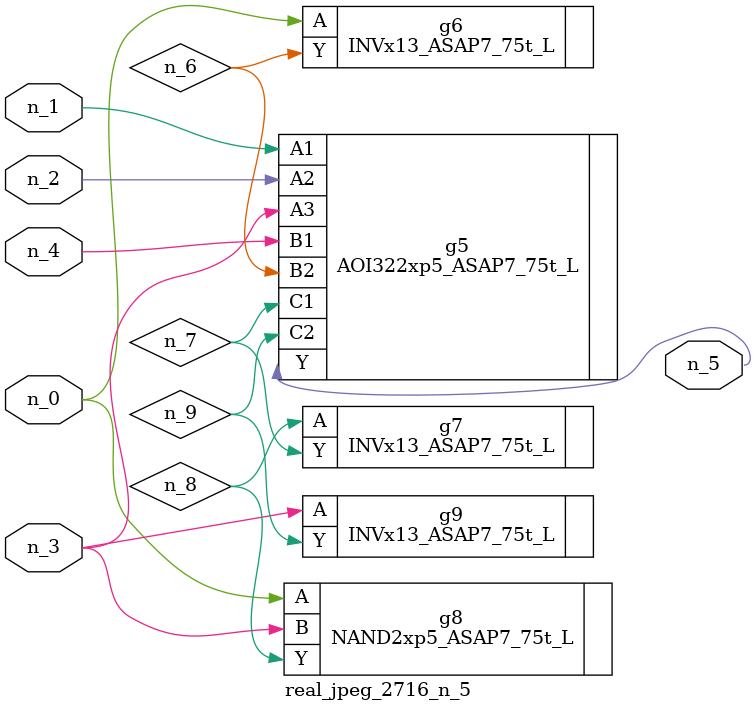
<source format=v>
module real_jpeg_2716_n_5 (n_4, n_0, n_1, n_2, n_3, n_5);

input n_4;
input n_0;
input n_1;
input n_2;
input n_3;

output n_5;

wire n_8;
wire n_6;
wire n_7;
wire n_9;

INVx13_ASAP7_75t_L g6 ( 
.A(n_0),
.Y(n_6)
);

NAND2xp5_ASAP7_75t_L g8 ( 
.A(n_0),
.B(n_3),
.Y(n_8)
);

AOI322xp5_ASAP7_75t_L g5 ( 
.A1(n_1),
.A2(n_2),
.A3(n_3),
.B1(n_4),
.B2(n_6),
.C1(n_7),
.C2(n_9),
.Y(n_5)
);

INVx13_ASAP7_75t_L g9 ( 
.A(n_3),
.Y(n_9)
);

INVx13_ASAP7_75t_L g7 ( 
.A(n_8),
.Y(n_7)
);


endmodule
</source>
